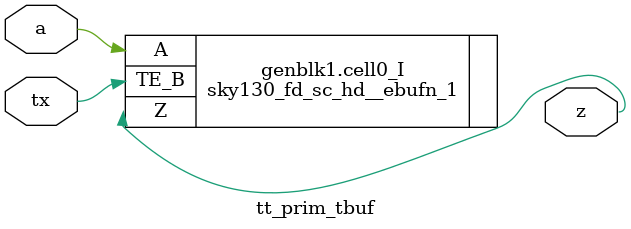
<source format=v>

/*
 * tt_prim_tbuf.v
 *
 * TT Primitive
 * Tristate buffer, polarity variable ... see tt_prim_tbuf_pol
 *
 * Copyright (c) 2023 Sylvain Munaut <tnt@246tNt.com>
 * SPDX-License-Identifier: Apache-2.0
 */

`default_nettype none

module tt_prim_tbuf #(
	parameter integer HIGH_DRIVE = 0
)(
	input  wire a,
	input  wire tx,
	output wire z
);

	generate
		if (HIGH_DRIVE) begin
			sky130_fd_sc_hd__ebufn_8 cell0_I (
`ifdef WITH_POWER
				.VPWR (1'b1),
				.VGND (1'b0),
				.VPB  (1'b1),
				.VNB  (1'b0),
`endif
				.A    (a),
				.TE_B (tx),
				.Z    (z)
			);
		end else begin
			sky130_fd_sc_hd__ebufn_1 cell0_I (
`ifdef WITH_POWER
				.VPWR (1'b1),
				.VGND (1'b0),
				.VPB  (1'b1),
				.VNB  (1'b0),
`endif
				.A    (a),
				.TE_B (tx),
				.Z    (z)
			);
		end
	endgenerate

endmodule // tt_prim_tbuf

</source>
